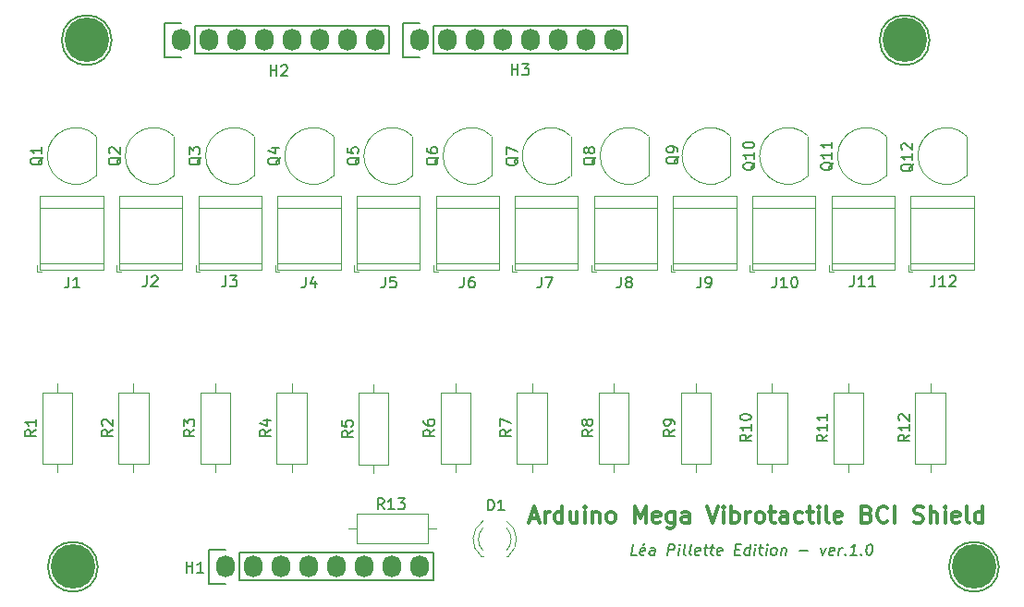
<source format=gbr>
%TF.GenerationSoftware,KiCad,Pcbnew,(6.0.5)*%
%TF.CreationDate,2022-06-14T18:07:34+02:00*%
%TF.ProjectId,vibrotactile_BCI_shield,76696272-6f74-4616-9374-696c655f4243,rev?*%
%TF.SameCoordinates,Original*%
%TF.FileFunction,Legend,Top*%
%TF.FilePolarity,Positive*%
%FSLAX46Y46*%
G04 Gerber Fmt 4.6, Leading zero omitted, Abs format (unit mm)*
G04 Created by KiCad (PCBNEW (6.0.5)) date 2022-06-14 18:07:34*
%MOMM*%
%LPD*%
G01*
G04 APERTURE LIST*
%ADD10C,0.200000*%
%ADD11C,0.300000*%
%ADD12C,0.150000*%
%ADD13C,0.120000*%
%ADD14O,1.727200X2.032000*%
%ADD15C,4.064000*%
G04 APERTURE END LIST*
D10*
X168981517Y-118052380D02*
X168505327Y-118052380D01*
X168630327Y-117052380D01*
X169701755Y-118004761D02*
X169600565Y-118052380D01*
X169410089Y-118052380D01*
X169320803Y-118004761D01*
X169285089Y-117909523D01*
X169332708Y-117528571D01*
X169392232Y-117433333D01*
X169493422Y-117385714D01*
X169683898Y-117385714D01*
X169773184Y-117433333D01*
X169808898Y-117528571D01*
X169796994Y-117623809D01*
X169308898Y-117719047D01*
X169731517Y-117004761D02*
X169570803Y-117147619D01*
X170600565Y-118052380D02*
X170666041Y-117528571D01*
X170630327Y-117433333D01*
X170541041Y-117385714D01*
X170350565Y-117385714D01*
X170249375Y-117433333D01*
X170606517Y-118004761D02*
X170505327Y-118052380D01*
X170267232Y-118052380D01*
X170177946Y-118004761D01*
X170142232Y-117909523D01*
X170154136Y-117814285D01*
X170213660Y-117719047D01*
X170314851Y-117671428D01*
X170552946Y-117671428D01*
X170654136Y-117623809D01*
X171838660Y-118052380D02*
X171963660Y-117052380D01*
X172344613Y-117052380D01*
X172433898Y-117100000D01*
X172475565Y-117147619D01*
X172511279Y-117242857D01*
X172493422Y-117385714D01*
X172433898Y-117480952D01*
X172380327Y-117528571D01*
X172279136Y-117576190D01*
X171898184Y-117576190D01*
X172838660Y-118052380D02*
X172921994Y-117385714D01*
X172963660Y-117052380D02*
X172910089Y-117100000D01*
X172951755Y-117147619D01*
X173005327Y-117100000D01*
X172963660Y-117052380D01*
X172951755Y-117147619D01*
X173457708Y-118052380D02*
X173368422Y-118004761D01*
X173332708Y-117909523D01*
X173439851Y-117052380D01*
X173981517Y-118052380D02*
X173892232Y-118004761D01*
X173856517Y-117909523D01*
X173963660Y-117052380D01*
X174749375Y-118004761D02*
X174648184Y-118052380D01*
X174457708Y-118052380D01*
X174368422Y-118004761D01*
X174332708Y-117909523D01*
X174380327Y-117528571D01*
X174439851Y-117433333D01*
X174541041Y-117385714D01*
X174731517Y-117385714D01*
X174820803Y-117433333D01*
X174856517Y-117528571D01*
X174844613Y-117623809D01*
X174356517Y-117719047D01*
X175160089Y-117385714D02*
X175541041Y-117385714D01*
X175344613Y-117052380D02*
X175237470Y-117909523D01*
X175273184Y-118004761D01*
X175362470Y-118052380D01*
X175457708Y-118052380D01*
X175731517Y-117385714D02*
X176112470Y-117385714D01*
X175916041Y-117052380D02*
X175808898Y-117909523D01*
X175844613Y-118004761D01*
X175933898Y-118052380D01*
X176029136Y-118052380D01*
X176749375Y-118004761D02*
X176648184Y-118052380D01*
X176457708Y-118052380D01*
X176368422Y-118004761D01*
X176332708Y-117909523D01*
X176380327Y-117528571D01*
X176439851Y-117433333D01*
X176541041Y-117385714D01*
X176731517Y-117385714D01*
X176820803Y-117433333D01*
X176856517Y-117528571D01*
X176844613Y-117623809D01*
X176356517Y-117719047D01*
X178046994Y-117528571D02*
X178380327Y-117528571D01*
X178457708Y-118052380D02*
X177981517Y-118052380D01*
X178106517Y-117052380D01*
X178582708Y-117052380D01*
X179314851Y-118052380D02*
X179439851Y-117052380D01*
X179320803Y-118004761D02*
X179219613Y-118052380D01*
X179029136Y-118052380D01*
X178939851Y-118004761D01*
X178898184Y-117957142D01*
X178862470Y-117861904D01*
X178898184Y-117576190D01*
X178957708Y-117480952D01*
X179011279Y-117433333D01*
X179112470Y-117385714D01*
X179302946Y-117385714D01*
X179392232Y-117433333D01*
X179791041Y-118052380D02*
X179874375Y-117385714D01*
X179916041Y-117052380D02*
X179862470Y-117100000D01*
X179904136Y-117147619D01*
X179957708Y-117100000D01*
X179916041Y-117052380D01*
X179904136Y-117147619D01*
X180207708Y-117385714D02*
X180588660Y-117385714D01*
X180392232Y-117052380D02*
X180285089Y-117909523D01*
X180320803Y-118004761D01*
X180410089Y-118052380D01*
X180505327Y-118052380D01*
X180838660Y-118052380D02*
X180921994Y-117385714D01*
X180963660Y-117052380D02*
X180910089Y-117100000D01*
X180951755Y-117147619D01*
X181005327Y-117100000D01*
X180963660Y-117052380D01*
X180951755Y-117147619D01*
X181457708Y-118052380D02*
X181368422Y-118004761D01*
X181326755Y-117957142D01*
X181291041Y-117861904D01*
X181326755Y-117576190D01*
X181386279Y-117480952D01*
X181439851Y-117433333D01*
X181541041Y-117385714D01*
X181683898Y-117385714D01*
X181773184Y-117433333D01*
X181814851Y-117480952D01*
X181850565Y-117576190D01*
X181814851Y-117861904D01*
X181755327Y-117957142D01*
X181701755Y-118004761D01*
X181600565Y-118052380D01*
X181457708Y-118052380D01*
X182302946Y-117385714D02*
X182219613Y-118052380D01*
X182291041Y-117480952D02*
X182344613Y-117433333D01*
X182445803Y-117385714D01*
X182588660Y-117385714D01*
X182677946Y-117433333D01*
X182713660Y-117528571D01*
X182648184Y-118052380D01*
X183933898Y-117671428D02*
X184695803Y-117671428D01*
X185874375Y-117385714D02*
X186029136Y-118052380D01*
X186350565Y-117385714D01*
X187035089Y-118004761D02*
X186933898Y-118052380D01*
X186743422Y-118052380D01*
X186654136Y-118004761D01*
X186618422Y-117909523D01*
X186666041Y-117528571D01*
X186725565Y-117433333D01*
X186826755Y-117385714D01*
X187017232Y-117385714D01*
X187106517Y-117433333D01*
X187142232Y-117528571D01*
X187130327Y-117623809D01*
X186642232Y-117719047D01*
X187505327Y-118052380D02*
X187588660Y-117385714D01*
X187564851Y-117576190D02*
X187624375Y-117480952D01*
X187677946Y-117433333D01*
X187779136Y-117385714D01*
X187874375Y-117385714D01*
X188136279Y-117957142D02*
X188177946Y-118004761D01*
X188124375Y-118052380D01*
X188082708Y-118004761D01*
X188136279Y-117957142D01*
X188124375Y-118052380D01*
X189124375Y-118052380D02*
X188552946Y-118052380D01*
X188838660Y-118052380D02*
X188963660Y-117052380D01*
X188850565Y-117195238D01*
X188743422Y-117290476D01*
X188642232Y-117338095D01*
X189564851Y-117957142D02*
X189606517Y-118004761D01*
X189552946Y-118052380D01*
X189511279Y-118004761D01*
X189564851Y-117957142D01*
X189552946Y-118052380D01*
X190344613Y-117052380D02*
X190439851Y-117052380D01*
X190529136Y-117100000D01*
X190570803Y-117147619D01*
X190606517Y-117242857D01*
X190630327Y-117433333D01*
X190600565Y-117671428D01*
X190529136Y-117861904D01*
X190469613Y-117957142D01*
X190416041Y-118004761D01*
X190314851Y-118052380D01*
X190219613Y-118052380D01*
X190130327Y-118004761D01*
X190088660Y-117957142D01*
X190052946Y-117861904D01*
X190029136Y-117671428D01*
X190058898Y-117433333D01*
X190130327Y-117242857D01*
X190189851Y-117147619D01*
X190243422Y-117100000D01*
X190344613Y-117052380D01*
D11*
X159250000Y-114650000D02*
X159964285Y-114650000D01*
X159107142Y-115078571D02*
X159607142Y-113578571D01*
X160107142Y-115078571D01*
X160607142Y-115078571D02*
X160607142Y-114078571D01*
X160607142Y-114364285D02*
X160678571Y-114221428D01*
X160750000Y-114150000D01*
X160892857Y-114078571D01*
X161035714Y-114078571D01*
X162178571Y-115078571D02*
X162178571Y-113578571D01*
X162178571Y-115007142D02*
X162035714Y-115078571D01*
X161750000Y-115078571D01*
X161607142Y-115007142D01*
X161535714Y-114935714D01*
X161464285Y-114792857D01*
X161464285Y-114364285D01*
X161535714Y-114221428D01*
X161607142Y-114150000D01*
X161750000Y-114078571D01*
X162035714Y-114078571D01*
X162178571Y-114150000D01*
X163535714Y-114078571D02*
X163535714Y-115078571D01*
X162892857Y-114078571D02*
X162892857Y-114864285D01*
X162964285Y-115007142D01*
X163107142Y-115078571D01*
X163321428Y-115078571D01*
X163464285Y-115007142D01*
X163535714Y-114935714D01*
X164250000Y-115078571D02*
X164250000Y-114078571D01*
X164250000Y-113578571D02*
X164178571Y-113650000D01*
X164250000Y-113721428D01*
X164321428Y-113650000D01*
X164250000Y-113578571D01*
X164250000Y-113721428D01*
X164964285Y-114078571D02*
X164964285Y-115078571D01*
X164964285Y-114221428D02*
X165035714Y-114150000D01*
X165178571Y-114078571D01*
X165392857Y-114078571D01*
X165535714Y-114150000D01*
X165607142Y-114292857D01*
X165607142Y-115078571D01*
X166535714Y-115078571D02*
X166392857Y-115007142D01*
X166321428Y-114935714D01*
X166250000Y-114792857D01*
X166250000Y-114364285D01*
X166321428Y-114221428D01*
X166392857Y-114150000D01*
X166535714Y-114078571D01*
X166750000Y-114078571D01*
X166892857Y-114150000D01*
X166964285Y-114221428D01*
X167035714Y-114364285D01*
X167035714Y-114792857D01*
X166964285Y-114935714D01*
X166892857Y-115007142D01*
X166750000Y-115078571D01*
X166535714Y-115078571D01*
X168821428Y-115078571D02*
X168821428Y-113578571D01*
X169321428Y-114650000D01*
X169821428Y-113578571D01*
X169821428Y-115078571D01*
X171107142Y-115007142D02*
X170964285Y-115078571D01*
X170678571Y-115078571D01*
X170535714Y-115007142D01*
X170464285Y-114864285D01*
X170464285Y-114292857D01*
X170535714Y-114150000D01*
X170678571Y-114078571D01*
X170964285Y-114078571D01*
X171107142Y-114150000D01*
X171178571Y-114292857D01*
X171178571Y-114435714D01*
X170464285Y-114578571D01*
X172464285Y-114078571D02*
X172464285Y-115292857D01*
X172392857Y-115435714D01*
X172321428Y-115507142D01*
X172178571Y-115578571D01*
X171964285Y-115578571D01*
X171821428Y-115507142D01*
X172464285Y-115007142D02*
X172321428Y-115078571D01*
X172035714Y-115078571D01*
X171892857Y-115007142D01*
X171821428Y-114935714D01*
X171750000Y-114792857D01*
X171750000Y-114364285D01*
X171821428Y-114221428D01*
X171892857Y-114150000D01*
X172035714Y-114078571D01*
X172321428Y-114078571D01*
X172464285Y-114150000D01*
X173821428Y-115078571D02*
X173821428Y-114292857D01*
X173750000Y-114150000D01*
X173607142Y-114078571D01*
X173321428Y-114078571D01*
X173178571Y-114150000D01*
X173821428Y-115007142D02*
X173678571Y-115078571D01*
X173321428Y-115078571D01*
X173178571Y-115007142D01*
X173107142Y-114864285D01*
X173107142Y-114721428D01*
X173178571Y-114578571D01*
X173321428Y-114507142D01*
X173678571Y-114507142D01*
X173821428Y-114435714D01*
X175464285Y-113578571D02*
X175964285Y-115078571D01*
X176464285Y-113578571D01*
X176964285Y-115078571D02*
X176964285Y-114078571D01*
X176964285Y-113578571D02*
X176892857Y-113650000D01*
X176964285Y-113721428D01*
X177035714Y-113650000D01*
X176964285Y-113578571D01*
X176964285Y-113721428D01*
X177678571Y-115078571D02*
X177678571Y-113578571D01*
X177678571Y-114150000D02*
X177821428Y-114078571D01*
X178107142Y-114078571D01*
X178250000Y-114150000D01*
X178321428Y-114221428D01*
X178392857Y-114364285D01*
X178392857Y-114792857D01*
X178321428Y-114935714D01*
X178250000Y-115007142D01*
X178107142Y-115078571D01*
X177821428Y-115078571D01*
X177678571Y-115007142D01*
X179035714Y-115078571D02*
X179035714Y-114078571D01*
X179035714Y-114364285D02*
X179107142Y-114221428D01*
X179178571Y-114150000D01*
X179321428Y-114078571D01*
X179464285Y-114078571D01*
X180178571Y-115078571D02*
X180035714Y-115007142D01*
X179964285Y-114935714D01*
X179892857Y-114792857D01*
X179892857Y-114364285D01*
X179964285Y-114221428D01*
X180035714Y-114150000D01*
X180178571Y-114078571D01*
X180392857Y-114078571D01*
X180535714Y-114150000D01*
X180607142Y-114221428D01*
X180678571Y-114364285D01*
X180678571Y-114792857D01*
X180607142Y-114935714D01*
X180535714Y-115007142D01*
X180392857Y-115078571D01*
X180178571Y-115078571D01*
X181107142Y-114078571D02*
X181678571Y-114078571D01*
X181321428Y-113578571D02*
X181321428Y-114864285D01*
X181392857Y-115007142D01*
X181535714Y-115078571D01*
X181678571Y-115078571D01*
X182821428Y-115078571D02*
X182821428Y-114292857D01*
X182750000Y-114150000D01*
X182607142Y-114078571D01*
X182321428Y-114078571D01*
X182178571Y-114150000D01*
X182821428Y-115007142D02*
X182678571Y-115078571D01*
X182321428Y-115078571D01*
X182178571Y-115007142D01*
X182107142Y-114864285D01*
X182107142Y-114721428D01*
X182178571Y-114578571D01*
X182321428Y-114507142D01*
X182678571Y-114507142D01*
X182821428Y-114435714D01*
X184178571Y-115007142D02*
X184035714Y-115078571D01*
X183750000Y-115078571D01*
X183607142Y-115007142D01*
X183535714Y-114935714D01*
X183464285Y-114792857D01*
X183464285Y-114364285D01*
X183535714Y-114221428D01*
X183607142Y-114150000D01*
X183750000Y-114078571D01*
X184035714Y-114078571D01*
X184178571Y-114150000D01*
X184607142Y-114078571D02*
X185178571Y-114078571D01*
X184821428Y-113578571D02*
X184821428Y-114864285D01*
X184892857Y-115007142D01*
X185035714Y-115078571D01*
X185178571Y-115078571D01*
X185678571Y-115078571D02*
X185678571Y-114078571D01*
X185678571Y-113578571D02*
X185607142Y-113650000D01*
X185678571Y-113721428D01*
X185750000Y-113650000D01*
X185678571Y-113578571D01*
X185678571Y-113721428D01*
X186607142Y-115078571D02*
X186464285Y-115007142D01*
X186392857Y-114864285D01*
X186392857Y-113578571D01*
X187750000Y-115007142D02*
X187607142Y-115078571D01*
X187321428Y-115078571D01*
X187178571Y-115007142D01*
X187107142Y-114864285D01*
X187107142Y-114292857D01*
X187178571Y-114150000D01*
X187321428Y-114078571D01*
X187607142Y-114078571D01*
X187750000Y-114150000D01*
X187821428Y-114292857D01*
X187821428Y-114435714D01*
X187107142Y-114578571D01*
X190107142Y-114292857D02*
X190321428Y-114364285D01*
X190392857Y-114435714D01*
X190464285Y-114578571D01*
X190464285Y-114792857D01*
X190392857Y-114935714D01*
X190321428Y-115007142D01*
X190178571Y-115078571D01*
X189607142Y-115078571D01*
X189607142Y-113578571D01*
X190107142Y-113578571D01*
X190250000Y-113650000D01*
X190321428Y-113721428D01*
X190392857Y-113864285D01*
X190392857Y-114007142D01*
X190321428Y-114150000D01*
X190250000Y-114221428D01*
X190107142Y-114292857D01*
X189607142Y-114292857D01*
X191964285Y-114935714D02*
X191892857Y-115007142D01*
X191678571Y-115078571D01*
X191535714Y-115078571D01*
X191321428Y-115007142D01*
X191178571Y-114864285D01*
X191107142Y-114721428D01*
X191035714Y-114435714D01*
X191035714Y-114221428D01*
X191107142Y-113935714D01*
X191178571Y-113792857D01*
X191321428Y-113650000D01*
X191535714Y-113578571D01*
X191678571Y-113578571D01*
X191892857Y-113650000D01*
X191964285Y-113721428D01*
X192607142Y-115078571D02*
X192607142Y-113578571D01*
X194392857Y-115007142D02*
X194607142Y-115078571D01*
X194964285Y-115078571D01*
X195107142Y-115007142D01*
X195178571Y-114935714D01*
X195250000Y-114792857D01*
X195250000Y-114650000D01*
X195178571Y-114507142D01*
X195107142Y-114435714D01*
X194964285Y-114364285D01*
X194678571Y-114292857D01*
X194535714Y-114221428D01*
X194464285Y-114150000D01*
X194392857Y-114007142D01*
X194392857Y-113864285D01*
X194464285Y-113721428D01*
X194535714Y-113650000D01*
X194678571Y-113578571D01*
X195035714Y-113578571D01*
X195250000Y-113650000D01*
X195892857Y-115078571D02*
X195892857Y-113578571D01*
X196535714Y-115078571D02*
X196535714Y-114292857D01*
X196464285Y-114150000D01*
X196321428Y-114078571D01*
X196107142Y-114078571D01*
X195964285Y-114150000D01*
X195892857Y-114221428D01*
X197250000Y-115078571D02*
X197250000Y-114078571D01*
X197250000Y-113578571D02*
X197178571Y-113650000D01*
X197250000Y-113721428D01*
X197321428Y-113650000D01*
X197250000Y-113578571D01*
X197250000Y-113721428D01*
X198535714Y-115007142D02*
X198392857Y-115078571D01*
X198107142Y-115078571D01*
X197964285Y-115007142D01*
X197892857Y-114864285D01*
X197892857Y-114292857D01*
X197964285Y-114150000D01*
X198107142Y-114078571D01*
X198392857Y-114078571D01*
X198535714Y-114150000D01*
X198607142Y-114292857D01*
X198607142Y-114435714D01*
X197892857Y-114578571D01*
X199464285Y-115078571D02*
X199321428Y-115007142D01*
X199250000Y-114864285D01*
X199250000Y-113578571D01*
X200678571Y-115078571D02*
X200678571Y-113578571D01*
X200678571Y-115007142D02*
X200535714Y-115078571D01*
X200250000Y-115078571D01*
X200107142Y-115007142D01*
X200035714Y-114935714D01*
X199964285Y-114792857D01*
X199964285Y-114364285D01*
X200035714Y-114221428D01*
X200107142Y-114150000D01*
X200250000Y-114078571D01*
X200535714Y-114078571D01*
X200678571Y-114150000D01*
D12*
%TO.C,H3*%
X157538095Y-74052380D02*
X157538095Y-73052380D01*
X157538095Y-73528571D02*
X158109523Y-73528571D01*
X158109523Y-74052380D02*
X158109523Y-73052380D01*
X158490476Y-73052380D02*
X159109523Y-73052380D01*
X158776190Y-73433333D01*
X158919047Y-73433333D01*
X159014285Y-73480952D01*
X159061904Y-73528571D01*
X159109523Y-73623809D01*
X159109523Y-73861904D01*
X159061904Y-73957142D01*
X159014285Y-74004761D01*
X158919047Y-74052380D01*
X158633333Y-74052380D01*
X158538095Y-74004761D01*
X158490476Y-73957142D01*
%TO.C,H2*%
X135438095Y-74152380D02*
X135438095Y-73152380D01*
X135438095Y-73628571D02*
X136009523Y-73628571D01*
X136009523Y-74152380D02*
X136009523Y-73152380D01*
X136438095Y-73247619D02*
X136485714Y-73200000D01*
X136580952Y-73152380D01*
X136819047Y-73152380D01*
X136914285Y-73200000D01*
X136961904Y-73247619D01*
X137009523Y-73342857D01*
X137009523Y-73438095D01*
X136961904Y-73580952D01*
X136390476Y-74152380D01*
X137009523Y-74152380D01*
%TO.C,H1*%
X127738095Y-119652380D02*
X127738095Y-118652380D01*
X127738095Y-119128571D02*
X128309523Y-119128571D01*
X128309523Y-119652380D02*
X128309523Y-118652380D01*
X129309523Y-119652380D02*
X128738095Y-119652380D01*
X129023809Y-119652380D02*
X129023809Y-118652380D01*
X128928571Y-118795238D01*
X128833333Y-118890476D01*
X128738095Y-118938095D01*
%TO.C,J10*%
X181790476Y-92552380D02*
X181790476Y-93266666D01*
X181742857Y-93409523D01*
X181647619Y-93504761D01*
X181504761Y-93552380D01*
X181409523Y-93552380D01*
X182790476Y-93552380D02*
X182219047Y-93552380D01*
X182504761Y-93552380D02*
X182504761Y-92552380D01*
X182409523Y-92695238D01*
X182314285Y-92790476D01*
X182219047Y-92838095D01*
X183409523Y-92552380D02*
X183504761Y-92552380D01*
X183600000Y-92600000D01*
X183647619Y-92647619D01*
X183695238Y-92742857D01*
X183742857Y-92933333D01*
X183742857Y-93171428D01*
X183695238Y-93361904D01*
X183647619Y-93457142D01*
X183600000Y-93504761D01*
X183504761Y-93552380D01*
X183409523Y-93552380D01*
X183314285Y-93504761D01*
X183266666Y-93457142D01*
X183219047Y-93361904D01*
X183171428Y-93171428D01*
X183171428Y-92933333D01*
X183219047Y-92742857D01*
X183266666Y-92647619D01*
X183314285Y-92600000D01*
X183409523Y-92552380D01*
%TO.C,J5*%
X145966666Y-92552380D02*
X145966666Y-93266666D01*
X145919047Y-93409523D01*
X145823809Y-93504761D01*
X145680952Y-93552380D01*
X145585714Y-93552380D01*
X146919047Y-92552380D02*
X146442857Y-92552380D01*
X146395238Y-93028571D01*
X146442857Y-92980952D01*
X146538095Y-92933333D01*
X146776190Y-92933333D01*
X146871428Y-92980952D01*
X146919047Y-93028571D01*
X146966666Y-93123809D01*
X146966666Y-93361904D01*
X146919047Y-93457142D01*
X146871428Y-93504761D01*
X146776190Y-93552380D01*
X146538095Y-93552380D01*
X146442857Y-93504761D01*
X146395238Y-93457142D01*
%TO.C,J8*%
X167566666Y-92552380D02*
X167566666Y-93266666D01*
X167519047Y-93409523D01*
X167423809Y-93504761D01*
X167280952Y-93552380D01*
X167185714Y-93552380D01*
X168185714Y-92980952D02*
X168090476Y-92933333D01*
X168042857Y-92885714D01*
X167995238Y-92790476D01*
X167995238Y-92742857D01*
X168042857Y-92647619D01*
X168090476Y-92600000D01*
X168185714Y-92552380D01*
X168376190Y-92552380D01*
X168471428Y-92600000D01*
X168519047Y-92647619D01*
X168566666Y-92742857D01*
X168566666Y-92790476D01*
X168519047Y-92885714D01*
X168471428Y-92933333D01*
X168376190Y-92980952D01*
X168185714Y-92980952D01*
X168090476Y-93028571D01*
X168042857Y-93076190D01*
X167995238Y-93171428D01*
X167995238Y-93361904D01*
X168042857Y-93457142D01*
X168090476Y-93504761D01*
X168185714Y-93552380D01*
X168376190Y-93552380D01*
X168471428Y-93504761D01*
X168519047Y-93457142D01*
X168566666Y-93361904D01*
X168566666Y-93171428D01*
X168519047Y-93076190D01*
X168471428Y-93028571D01*
X168376190Y-92980952D01*
%TO.C,R1*%
X113982380Y-106566666D02*
X113506190Y-106900000D01*
X113982380Y-107138095D02*
X112982380Y-107138095D01*
X112982380Y-106757142D01*
X113030000Y-106661904D01*
X113077619Y-106614285D01*
X113172857Y-106566666D01*
X113315714Y-106566666D01*
X113410952Y-106614285D01*
X113458571Y-106661904D01*
X113506190Y-106757142D01*
X113506190Y-107138095D01*
X113982380Y-105614285D02*
X113982380Y-106185714D01*
X113982380Y-105900000D02*
X112982380Y-105900000D01*
X113125238Y-105995238D01*
X113220476Y-106090476D01*
X113268095Y-106185714D01*
%TO.C,R5*%
X142982380Y-106646666D02*
X142506190Y-106980000D01*
X142982380Y-107218095D02*
X141982380Y-107218095D01*
X141982380Y-106837142D01*
X142030000Y-106741904D01*
X142077619Y-106694285D01*
X142172857Y-106646666D01*
X142315714Y-106646666D01*
X142410952Y-106694285D01*
X142458571Y-106741904D01*
X142506190Y-106837142D01*
X142506190Y-107218095D01*
X141982380Y-105741904D02*
X141982380Y-106218095D01*
X142458571Y-106265714D01*
X142410952Y-106218095D01*
X142363333Y-106122857D01*
X142363333Y-105884761D01*
X142410952Y-105789523D01*
X142458571Y-105741904D01*
X142553809Y-105694285D01*
X142791904Y-105694285D01*
X142887142Y-105741904D01*
X142934761Y-105789523D01*
X142982380Y-105884761D01*
X142982380Y-106122857D01*
X142934761Y-106218095D01*
X142887142Y-106265714D01*
%TO.C,R7*%
X157482380Y-106566666D02*
X157006190Y-106900000D01*
X157482380Y-107138095D02*
X156482380Y-107138095D01*
X156482380Y-106757142D01*
X156530000Y-106661904D01*
X156577619Y-106614285D01*
X156672857Y-106566666D01*
X156815714Y-106566666D01*
X156910952Y-106614285D01*
X156958571Y-106661904D01*
X157006190Y-106757142D01*
X157006190Y-107138095D01*
X156482380Y-106233333D02*
X156482380Y-105566666D01*
X157482380Y-105995238D01*
%TO.C,R3*%
X128482380Y-106566666D02*
X128006190Y-106900000D01*
X128482380Y-107138095D02*
X127482380Y-107138095D01*
X127482380Y-106757142D01*
X127530000Y-106661904D01*
X127577619Y-106614285D01*
X127672857Y-106566666D01*
X127815714Y-106566666D01*
X127910952Y-106614285D01*
X127958571Y-106661904D01*
X128006190Y-106757142D01*
X128006190Y-107138095D01*
X127482380Y-106233333D02*
X127482380Y-105614285D01*
X127863333Y-105947619D01*
X127863333Y-105804761D01*
X127910952Y-105709523D01*
X127958571Y-105661904D01*
X128053809Y-105614285D01*
X128291904Y-105614285D01*
X128387142Y-105661904D01*
X128434761Y-105709523D01*
X128482380Y-105804761D01*
X128482380Y-106090476D01*
X128434761Y-106185714D01*
X128387142Y-106233333D01*
%TO.C,Q7*%
X158147619Y-81595238D02*
X158100000Y-81690476D01*
X158004761Y-81785714D01*
X157861904Y-81928571D01*
X157814285Y-82023809D01*
X157814285Y-82119047D01*
X158052380Y-82071428D02*
X158004761Y-82166666D01*
X157909523Y-82261904D01*
X157719047Y-82309523D01*
X157385714Y-82309523D01*
X157195238Y-82261904D01*
X157100000Y-82166666D01*
X157052380Y-82071428D01*
X157052380Y-81880952D01*
X157100000Y-81785714D01*
X157195238Y-81690476D01*
X157385714Y-81642857D01*
X157719047Y-81642857D01*
X157909523Y-81690476D01*
X158004761Y-81785714D01*
X158052380Y-81880952D01*
X158052380Y-82071428D01*
X157052380Y-81309523D02*
X157052380Y-80642857D01*
X158052380Y-81071428D01*
%TO.C,Q4*%
X136347619Y-81575238D02*
X136300000Y-81670476D01*
X136204761Y-81765714D01*
X136061904Y-81908571D01*
X136014285Y-82003809D01*
X136014285Y-82099047D01*
X136252380Y-82051428D02*
X136204761Y-82146666D01*
X136109523Y-82241904D01*
X135919047Y-82289523D01*
X135585714Y-82289523D01*
X135395238Y-82241904D01*
X135300000Y-82146666D01*
X135252380Y-82051428D01*
X135252380Y-81860952D01*
X135300000Y-81765714D01*
X135395238Y-81670476D01*
X135585714Y-81622857D01*
X135919047Y-81622857D01*
X136109523Y-81670476D01*
X136204761Y-81765714D01*
X136252380Y-81860952D01*
X136252380Y-82051428D01*
X135585714Y-80765714D02*
X136252380Y-80765714D01*
X135204761Y-81003809D02*
X135919047Y-81241904D01*
X135919047Y-80622857D01*
%TO.C,Q2*%
X121737619Y-81575238D02*
X121690000Y-81670476D01*
X121594761Y-81765714D01*
X121451904Y-81908571D01*
X121404285Y-82003809D01*
X121404285Y-82099047D01*
X121642380Y-82051428D02*
X121594761Y-82146666D01*
X121499523Y-82241904D01*
X121309047Y-82289523D01*
X120975714Y-82289523D01*
X120785238Y-82241904D01*
X120690000Y-82146666D01*
X120642380Y-82051428D01*
X120642380Y-81860952D01*
X120690000Y-81765714D01*
X120785238Y-81670476D01*
X120975714Y-81622857D01*
X121309047Y-81622857D01*
X121499523Y-81670476D01*
X121594761Y-81765714D01*
X121642380Y-81860952D01*
X121642380Y-82051428D01*
X120737619Y-81241904D02*
X120690000Y-81194285D01*
X120642380Y-81099047D01*
X120642380Y-80860952D01*
X120690000Y-80765714D01*
X120737619Y-80718095D01*
X120832857Y-80670476D01*
X120928095Y-80670476D01*
X121070952Y-80718095D01*
X121642380Y-81289523D01*
X121642380Y-80670476D01*
%TO.C,Q6*%
X150847619Y-81575238D02*
X150800000Y-81670476D01*
X150704761Y-81765714D01*
X150561904Y-81908571D01*
X150514285Y-82003809D01*
X150514285Y-82099047D01*
X150752380Y-82051428D02*
X150704761Y-82146666D01*
X150609523Y-82241904D01*
X150419047Y-82289523D01*
X150085714Y-82289523D01*
X149895238Y-82241904D01*
X149800000Y-82146666D01*
X149752380Y-82051428D01*
X149752380Y-81860952D01*
X149800000Y-81765714D01*
X149895238Y-81670476D01*
X150085714Y-81622857D01*
X150419047Y-81622857D01*
X150609523Y-81670476D01*
X150704761Y-81765714D01*
X150752380Y-81860952D01*
X150752380Y-82051428D01*
X149752380Y-80765714D02*
X149752380Y-80956190D01*
X149800000Y-81051428D01*
X149847619Y-81099047D01*
X149990476Y-81194285D01*
X150180952Y-81241904D01*
X150561904Y-81241904D01*
X150657142Y-81194285D01*
X150704761Y-81146666D01*
X150752380Y-81051428D01*
X150752380Y-80860952D01*
X150704761Y-80765714D01*
X150657142Y-80718095D01*
X150561904Y-80670476D01*
X150323809Y-80670476D01*
X150228571Y-80718095D01*
X150180952Y-80765714D01*
X150133333Y-80860952D01*
X150133333Y-81051428D01*
X150180952Y-81146666D01*
X150228571Y-81194285D01*
X150323809Y-81241904D01*
%TO.C,R13*%
X145857142Y-113852380D02*
X145523809Y-113376190D01*
X145285714Y-113852380D02*
X145285714Y-112852380D01*
X145666666Y-112852380D01*
X145761904Y-112900000D01*
X145809523Y-112947619D01*
X145857142Y-113042857D01*
X145857142Y-113185714D01*
X145809523Y-113280952D01*
X145761904Y-113328571D01*
X145666666Y-113376190D01*
X145285714Y-113376190D01*
X146809523Y-113852380D02*
X146238095Y-113852380D01*
X146523809Y-113852380D02*
X146523809Y-112852380D01*
X146428571Y-112995238D01*
X146333333Y-113090476D01*
X146238095Y-113138095D01*
X147142857Y-112852380D02*
X147761904Y-112852380D01*
X147428571Y-113233333D01*
X147571428Y-113233333D01*
X147666666Y-113280952D01*
X147714285Y-113328571D01*
X147761904Y-113423809D01*
X147761904Y-113661904D01*
X147714285Y-113757142D01*
X147666666Y-113804761D01*
X147571428Y-113852380D01*
X147285714Y-113852380D01*
X147190476Y-113804761D01*
X147142857Y-113757142D01*
%TO.C,R9*%
X172482380Y-106566666D02*
X172006190Y-106900000D01*
X172482380Y-107138095D02*
X171482380Y-107138095D01*
X171482380Y-106757142D01*
X171530000Y-106661904D01*
X171577619Y-106614285D01*
X171672857Y-106566666D01*
X171815714Y-106566666D01*
X171910952Y-106614285D01*
X171958571Y-106661904D01*
X172006190Y-106757142D01*
X172006190Y-107138095D01*
X172482380Y-106090476D02*
X172482380Y-105900000D01*
X172434761Y-105804761D01*
X172387142Y-105757142D01*
X172244285Y-105661904D01*
X172053809Y-105614285D01*
X171672857Y-105614285D01*
X171577619Y-105661904D01*
X171530000Y-105709523D01*
X171482380Y-105804761D01*
X171482380Y-105995238D01*
X171530000Y-106090476D01*
X171577619Y-106138095D01*
X171672857Y-106185714D01*
X171910952Y-106185714D01*
X172006190Y-106138095D01*
X172053809Y-106090476D01*
X172101428Y-105995238D01*
X172101428Y-105804761D01*
X172053809Y-105709523D01*
X172006190Y-105661904D01*
X171910952Y-105614285D01*
%TO.C,Q11*%
X186987619Y-82051428D02*
X186940000Y-82146666D01*
X186844761Y-82241904D01*
X186701904Y-82384761D01*
X186654285Y-82480000D01*
X186654285Y-82575238D01*
X186892380Y-82527619D02*
X186844761Y-82622857D01*
X186749523Y-82718095D01*
X186559047Y-82765714D01*
X186225714Y-82765714D01*
X186035238Y-82718095D01*
X185940000Y-82622857D01*
X185892380Y-82527619D01*
X185892380Y-82337142D01*
X185940000Y-82241904D01*
X186035238Y-82146666D01*
X186225714Y-82099047D01*
X186559047Y-82099047D01*
X186749523Y-82146666D01*
X186844761Y-82241904D01*
X186892380Y-82337142D01*
X186892380Y-82527619D01*
X186892380Y-81146666D02*
X186892380Y-81718095D01*
X186892380Y-81432380D02*
X185892380Y-81432380D01*
X186035238Y-81527619D01*
X186130476Y-81622857D01*
X186178095Y-81718095D01*
X186892380Y-80194285D02*
X186892380Y-80765714D01*
X186892380Y-80480000D02*
X185892380Y-80480000D01*
X186035238Y-80575238D01*
X186130476Y-80670476D01*
X186178095Y-80765714D01*
%TO.C,J2*%
X124126666Y-92452380D02*
X124126666Y-93166666D01*
X124079047Y-93309523D01*
X123983809Y-93404761D01*
X123840952Y-93452380D01*
X123745714Y-93452380D01*
X124555238Y-92547619D02*
X124602857Y-92500000D01*
X124698095Y-92452380D01*
X124936190Y-92452380D01*
X125031428Y-92500000D01*
X125079047Y-92547619D01*
X125126666Y-92642857D01*
X125126666Y-92738095D01*
X125079047Y-92880952D01*
X124507619Y-93452380D01*
X125126666Y-93452380D01*
%TO.C,R8*%
X164982380Y-106566666D02*
X164506190Y-106900000D01*
X164982380Y-107138095D02*
X163982380Y-107138095D01*
X163982380Y-106757142D01*
X164030000Y-106661904D01*
X164077619Y-106614285D01*
X164172857Y-106566666D01*
X164315714Y-106566666D01*
X164410952Y-106614285D01*
X164458571Y-106661904D01*
X164506190Y-106757142D01*
X164506190Y-107138095D01*
X164410952Y-105995238D02*
X164363333Y-106090476D01*
X164315714Y-106138095D01*
X164220476Y-106185714D01*
X164172857Y-106185714D01*
X164077619Y-106138095D01*
X164030000Y-106090476D01*
X163982380Y-105995238D01*
X163982380Y-105804761D01*
X164030000Y-105709523D01*
X164077619Y-105661904D01*
X164172857Y-105614285D01*
X164220476Y-105614285D01*
X164315714Y-105661904D01*
X164363333Y-105709523D01*
X164410952Y-105804761D01*
X164410952Y-105995238D01*
X164458571Y-106090476D01*
X164506190Y-106138095D01*
X164601428Y-106185714D01*
X164791904Y-106185714D01*
X164887142Y-106138095D01*
X164934761Y-106090476D01*
X164982380Y-105995238D01*
X164982380Y-105804761D01*
X164934761Y-105709523D01*
X164887142Y-105661904D01*
X164791904Y-105614285D01*
X164601428Y-105614285D01*
X164506190Y-105661904D01*
X164458571Y-105709523D01*
X164410952Y-105804761D01*
%TO.C,R6*%
X150482380Y-106566666D02*
X150006190Y-106900000D01*
X150482380Y-107138095D02*
X149482380Y-107138095D01*
X149482380Y-106757142D01*
X149530000Y-106661904D01*
X149577619Y-106614285D01*
X149672857Y-106566666D01*
X149815714Y-106566666D01*
X149910952Y-106614285D01*
X149958571Y-106661904D01*
X150006190Y-106757142D01*
X150006190Y-107138095D01*
X149482380Y-105709523D02*
X149482380Y-105900000D01*
X149530000Y-105995238D01*
X149577619Y-106042857D01*
X149720476Y-106138095D01*
X149910952Y-106185714D01*
X150291904Y-106185714D01*
X150387142Y-106138095D01*
X150434761Y-106090476D01*
X150482380Y-105995238D01*
X150482380Y-105804761D01*
X150434761Y-105709523D01*
X150387142Y-105661904D01*
X150291904Y-105614285D01*
X150053809Y-105614285D01*
X149958571Y-105661904D01*
X149910952Y-105709523D01*
X149863333Y-105804761D01*
X149863333Y-105995238D01*
X149910952Y-106090476D01*
X149958571Y-106138095D01*
X150053809Y-106185714D01*
%TO.C,D1*%
X155361904Y-113952380D02*
X155361904Y-112952380D01*
X155600000Y-112952380D01*
X155742857Y-113000000D01*
X155838095Y-113095238D01*
X155885714Y-113190476D01*
X155933333Y-113380952D01*
X155933333Y-113523809D01*
X155885714Y-113714285D01*
X155838095Y-113809523D01*
X155742857Y-113904761D01*
X155600000Y-113952380D01*
X155361904Y-113952380D01*
X156885714Y-113952380D02*
X156314285Y-113952380D01*
X156600000Y-113952380D02*
X156600000Y-112952380D01*
X156504761Y-113095238D01*
X156409523Y-113190476D01*
X156314285Y-113238095D01*
%TO.C,J7*%
X160266666Y-92552380D02*
X160266666Y-93266666D01*
X160219047Y-93409523D01*
X160123809Y-93504761D01*
X159980952Y-93552380D01*
X159885714Y-93552380D01*
X160647619Y-92552380D02*
X161314285Y-92552380D01*
X160885714Y-93552380D01*
%TO.C,J11*%
X188890476Y-92452380D02*
X188890476Y-93166666D01*
X188842857Y-93309523D01*
X188747619Y-93404761D01*
X188604761Y-93452380D01*
X188509523Y-93452380D01*
X189890476Y-93452380D02*
X189319047Y-93452380D01*
X189604761Y-93452380D02*
X189604761Y-92452380D01*
X189509523Y-92595238D01*
X189414285Y-92690476D01*
X189319047Y-92738095D01*
X190842857Y-93452380D02*
X190271428Y-93452380D01*
X190557142Y-93452380D02*
X190557142Y-92452380D01*
X190461904Y-92595238D01*
X190366666Y-92690476D01*
X190271428Y-92738095D01*
%TO.C,Q3*%
X129097619Y-81575238D02*
X129050000Y-81670476D01*
X128954761Y-81765714D01*
X128811904Y-81908571D01*
X128764285Y-82003809D01*
X128764285Y-82099047D01*
X129002380Y-82051428D02*
X128954761Y-82146666D01*
X128859523Y-82241904D01*
X128669047Y-82289523D01*
X128335714Y-82289523D01*
X128145238Y-82241904D01*
X128050000Y-82146666D01*
X128002380Y-82051428D01*
X128002380Y-81860952D01*
X128050000Y-81765714D01*
X128145238Y-81670476D01*
X128335714Y-81622857D01*
X128669047Y-81622857D01*
X128859523Y-81670476D01*
X128954761Y-81765714D01*
X129002380Y-81860952D01*
X129002380Y-82051428D01*
X128002380Y-81289523D02*
X128002380Y-80670476D01*
X128383333Y-81003809D01*
X128383333Y-80860952D01*
X128430952Y-80765714D01*
X128478571Y-80718095D01*
X128573809Y-80670476D01*
X128811904Y-80670476D01*
X128907142Y-80718095D01*
X128954761Y-80765714D01*
X129002380Y-80860952D01*
X129002380Y-81146666D01*
X128954761Y-81241904D01*
X128907142Y-81289523D01*
%TO.C,Q8*%
X165237619Y-81575238D02*
X165190000Y-81670476D01*
X165094761Y-81765714D01*
X164951904Y-81908571D01*
X164904285Y-82003809D01*
X164904285Y-82099047D01*
X165142380Y-82051428D02*
X165094761Y-82146666D01*
X164999523Y-82241904D01*
X164809047Y-82289523D01*
X164475714Y-82289523D01*
X164285238Y-82241904D01*
X164190000Y-82146666D01*
X164142380Y-82051428D01*
X164142380Y-81860952D01*
X164190000Y-81765714D01*
X164285238Y-81670476D01*
X164475714Y-81622857D01*
X164809047Y-81622857D01*
X164999523Y-81670476D01*
X165094761Y-81765714D01*
X165142380Y-81860952D01*
X165142380Y-82051428D01*
X164570952Y-81051428D02*
X164523333Y-81146666D01*
X164475714Y-81194285D01*
X164380476Y-81241904D01*
X164332857Y-81241904D01*
X164237619Y-81194285D01*
X164190000Y-81146666D01*
X164142380Y-81051428D01*
X164142380Y-80860952D01*
X164190000Y-80765714D01*
X164237619Y-80718095D01*
X164332857Y-80670476D01*
X164380476Y-80670476D01*
X164475714Y-80718095D01*
X164523333Y-80765714D01*
X164570952Y-80860952D01*
X164570952Y-81051428D01*
X164618571Y-81146666D01*
X164666190Y-81194285D01*
X164761428Y-81241904D01*
X164951904Y-81241904D01*
X165047142Y-81194285D01*
X165094761Y-81146666D01*
X165142380Y-81051428D01*
X165142380Y-80860952D01*
X165094761Y-80765714D01*
X165047142Y-80718095D01*
X164951904Y-80670476D01*
X164761428Y-80670476D01*
X164666190Y-80718095D01*
X164618571Y-80765714D01*
X164570952Y-80860952D01*
%TO.C,Q10*%
X179847619Y-82051428D02*
X179800000Y-82146666D01*
X179704761Y-82241904D01*
X179561904Y-82384761D01*
X179514285Y-82480000D01*
X179514285Y-82575238D01*
X179752380Y-82527619D02*
X179704761Y-82622857D01*
X179609523Y-82718095D01*
X179419047Y-82765714D01*
X179085714Y-82765714D01*
X178895238Y-82718095D01*
X178800000Y-82622857D01*
X178752380Y-82527619D01*
X178752380Y-82337142D01*
X178800000Y-82241904D01*
X178895238Y-82146666D01*
X179085714Y-82099047D01*
X179419047Y-82099047D01*
X179609523Y-82146666D01*
X179704761Y-82241904D01*
X179752380Y-82337142D01*
X179752380Y-82527619D01*
X179752380Y-81146666D02*
X179752380Y-81718095D01*
X179752380Y-81432380D02*
X178752380Y-81432380D01*
X178895238Y-81527619D01*
X178990476Y-81622857D01*
X179038095Y-81718095D01*
X178752380Y-80527619D02*
X178752380Y-80432380D01*
X178800000Y-80337142D01*
X178847619Y-80289523D01*
X178942857Y-80241904D01*
X179133333Y-80194285D01*
X179371428Y-80194285D01*
X179561904Y-80241904D01*
X179657142Y-80289523D01*
X179704761Y-80337142D01*
X179752380Y-80432380D01*
X179752380Y-80527619D01*
X179704761Y-80622857D01*
X179657142Y-80670476D01*
X179561904Y-80718095D01*
X179371428Y-80765714D01*
X179133333Y-80765714D01*
X178942857Y-80718095D01*
X178847619Y-80670476D01*
X178800000Y-80622857D01*
X178752380Y-80527619D01*
%TO.C,J1*%
X116966666Y-92552380D02*
X116966666Y-93266666D01*
X116919047Y-93409523D01*
X116823809Y-93504761D01*
X116680952Y-93552380D01*
X116585714Y-93552380D01*
X117966666Y-93552380D02*
X117395238Y-93552380D01*
X117680952Y-93552380D02*
X117680952Y-92552380D01*
X117585714Y-92695238D01*
X117490476Y-92790476D01*
X117395238Y-92838095D01*
%TO.C,J12*%
X196290476Y-92452380D02*
X196290476Y-93166666D01*
X196242857Y-93309523D01*
X196147619Y-93404761D01*
X196004761Y-93452380D01*
X195909523Y-93452380D01*
X197290476Y-93452380D02*
X196719047Y-93452380D01*
X197004761Y-93452380D02*
X197004761Y-92452380D01*
X196909523Y-92595238D01*
X196814285Y-92690476D01*
X196719047Y-92738095D01*
X197671428Y-92547619D02*
X197719047Y-92500000D01*
X197814285Y-92452380D01*
X198052380Y-92452380D01*
X198147619Y-92500000D01*
X198195238Y-92547619D01*
X198242857Y-92642857D01*
X198242857Y-92738095D01*
X198195238Y-92880952D01*
X197623809Y-93452380D01*
X198242857Y-93452380D01*
%TO.C,R4*%
X135482380Y-106566666D02*
X135006190Y-106900000D01*
X135482380Y-107138095D02*
X134482380Y-107138095D01*
X134482380Y-106757142D01*
X134530000Y-106661904D01*
X134577619Y-106614285D01*
X134672857Y-106566666D01*
X134815714Y-106566666D01*
X134910952Y-106614285D01*
X134958571Y-106661904D01*
X135006190Y-106757142D01*
X135006190Y-107138095D01*
X134815714Y-105709523D02*
X135482380Y-105709523D01*
X134434761Y-105947619D02*
X135149047Y-106185714D01*
X135149047Y-105566666D01*
%TO.C,R10*%
X179482380Y-107042857D02*
X179006190Y-107376190D01*
X179482380Y-107614285D02*
X178482380Y-107614285D01*
X178482380Y-107233333D01*
X178530000Y-107138095D01*
X178577619Y-107090476D01*
X178672857Y-107042857D01*
X178815714Y-107042857D01*
X178910952Y-107090476D01*
X178958571Y-107138095D01*
X179006190Y-107233333D01*
X179006190Y-107614285D01*
X179482380Y-106090476D02*
X179482380Y-106661904D01*
X179482380Y-106376190D02*
X178482380Y-106376190D01*
X178625238Y-106471428D01*
X178720476Y-106566666D01*
X178768095Y-106661904D01*
X178482380Y-105471428D02*
X178482380Y-105376190D01*
X178530000Y-105280952D01*
X178577619Y-105233333D01*
X178672857Y-105185714D01*
X178863333Y-105138095D01*
X179101428Y-105138095D01*
X179291904Y-105185714D01*
X179387142Y-105233333D01*
X179434761Y-105280952D01*
X179482380Y-105376190D01*
X179482380Y-105471428D01*
X179434761Y-105566666D01*
X179387142Y-105614285D01*
X179291904Y-105661904D01*
X179101428Y-105709523D01*
X178863333Y-105709523D01*
X178672857Y-105661904D01*
X178577619Y-105614285D01*
X178530000Y-105566666D01*
X178482380Y-105471428D01*
%TO.C,J9*%
X174866666Y-92552380D02*
X174866666Y-93266666D01*
X174819047Y-93409523D01*
X174723809Y-93504761D01*
X174580952Y-93552380D01*
X174485714Y-93552380D01*
X175390476Y-93552380D02*
X175580952Y-93552380D01*
X175676190Y-93504761D01*
X175723809Y-93457142D01*
X175819047Y-93314285D01*
X175866666Y-93123809D01*
X175866666Y-92742857D01*
X175819047Y-92647619D01*
X175771428Y-92600000D01*
X175676190Y-92552380D01*
X175485714Y-92552380D01*
X175390476Y-92600000D01*
X175342857Y-92647619D01*
X175295238Y-92742857D01*
X175295238Y-92980952D01*
X175342857Y-93076190D01*
X175390476Y-93123809D01*
X175485714Y-93171428D01*
X175676190Y-93171428D01*
X175771428Y-93123809D01*
X175819047Y-93076190D01*
X175866666Y-92980952D01*
%TO.C,Q5*%
X143597619Y-81575238D02*
X143550000Y-81670476D01*
X143454761Y-81765714D01*
X143311904Y-81908571D01*
X143264285Y-82003809D01*
X143264285Y-82099047D01*
X143502380Y-82051428D02*
X143454761Y-82146666D01*
X143359523Y-82241904D01*
X143169047Y-82289523D01*
X142835714Y-82289523D01*
X142645238Y-82241904D01*
X142550000Y-82146666D01*
X142502380Y-82051428D01*
X142502380Y-81860952D01*
X142550000Y-81765714D01*
X142645238Y-81670476D01*
X142835714Y-81622857D01*
X143169047Y-81622857D01*
X143359523Y-81670476D01*
X143454761Y-81765714D01*
X143502380Y-81860952D01*
X143502380Y-82051428D01*
X142502380Y-80718095D02*
X142502380Y-81194285D01*
X142978571Y-81241904D01*
X142930952Y-81194285D01*
X142883333Y-81099047D01*
X142883333Y-80860952D01*
X142930952Y-80765714D01*
X142978571Y-80718095D01*
X143073809Y-80670476D01*
X143311904Y-80670476D01*
X143407142Y-80718095D01*
X143454761Y-80765714D01*
X143502380Y-80860952D01*
X143502380Y-81099047D01*
X143454761Y-81194285D01*
X143407142Y-81241904D01*
%TO.C,J6*%
X153166666Y-92552380D02*
X153166666Y-93266666D01*
X153119047Y-93409523D01*
X153023809Y-93504761D01*
X152880952Y-93552380D01*
X152785714Y-93552380D01*
X154071428Y-92552380D02*
X153880952Y-92552380D01*
X153785714Y-92600000D01*
X153738095Y-92647619D01*
X153642857Y-92790476D01*
X153595238Y-92980952D01*
X153595238Y-93361904D01*
X153642857Y-93457142D01*
X153690476Y-93504761D01*
X153785714Y-93552380D01*
X153976190Y-93552380D01*
X154071428Y-93504761D01*
X154119047Y-93457142D01*
X154166666Y-93361904D01*
X154166666Y-93123809D01*
X154119047Y-93028571D01*
X154071428Y-92980952D01*
X153976190Y-92933333D01*
X153785714Y-92933333D01*
X153690476Y-92980952D01*
X153642857Y-93028571D01*
X153595238Y-93123809D01*
%TO.C,Q1*%
X114597619Y-81575238D02*
X114550000Y-81670476D01*
X114454761Y-81765714D01*
X114311904Y-81908571D01*
X114264285Y-82003809D01*
X114264285Y-82099047D01*
X114502380Y-82051428D02*
X114454761Y-82146666D01*
X114359523Y-82241904D01*
X114169047Y-82289523D01*
X113835714Y-82289523D01*
X113645238Y-82241904D01*
X113550000Y-82146666D01*
X113502380Y-82051428D01*
X113502380Y-81860952D01*
X113550000Y-81765714D01*
X113645238Y-81670476D01*
X113835714Y-81622857D01*
X114169047Y-81622857D01*
X114359523Y-81670476D01*
X114454761Y-81765714D01*
X114502380Y-81860952D01*
X114502380Y-82051428D01*
X114502380Y-80670476D02*
X114502380Y-81241904D01*
X114502380Y-80956190D02*
X113502380Y-80956190D01*
X113645238Y-81051428D01*
X113740476Y-81146666D01*
X113788095Y-81241904D01*
%TO.C,J3*%
X131366666Y-92452380D02*
X131366666Y-93166666D01*
X131319047Y-93309523D01*
X131223809Y-93404761D01*
X131080952Y-93452380D01*
X130985714Y-93452380D01*
X131747619Y-92452380D02*
X132366666Y-92452380D01*
X132033333Y-92833333D01*
X132176190Y-92833333D01*
X132271428Y-92880952D01*
X132319047Y-92928571D01*
X132366666Y-93023809D01*
X132366666Y-93261904D01*
X132319047Y-93357142D01*
X132271428Y-93404761D01*
X132176190Y-93452380D01*
X131890476Y-93452380D01*
X131795238Y-93404761D01*
X131747619Y-93357142D01*
%TO.C,Q9*%
X172847619Y-81495238D02*
X172800000Y-81590476D01*
X172704761Y-81685714D01*
X172561904Y-81828571D01*
X172514285Y-81923809D01*
X172514285Y-82019047D01*
X172752380Y-81971428D02*
X172704761Y-82066666D01*
X172609523Y-82161904D01*
X172419047Y-82209523D01*
X172085714Y-82209523D01*
X171895238Y-82161904D01*
X171800000Y-82066666D01*
X171752380Y-81971428D01*
X171752380Y-81780952D01*
X171800000Y-81685714D01*
X171895238Y-81590476D01*
X172085714Y-81542857D01*
X172419047Y-81542857D01*
X172609523Y-81590476D01*
X172704761Y-81685714D01*
X172752380Y-81780952D01*
X172752380Y-81971428D01*
X172752380Y-81066666D02*
X172752380Y-80876190D01*
X172704761Y-80780952D01*
X172657142Y-80733333D01*
X172514285Y-80638095D01*
X172323809Y-80590476D01*
X171942857Y-80590476D01*
X171847619Y-80638095D01*
X171800000Y-80685714D01*
X171752380Y-80780952D01*
X171752380Y-80971428D01*
X171800000Y-81066666D01*
X171847619Y-81114285D01*
X171942857Y-81161904D01*
X172180952Y-81161904D01*
X172276190Y-81114285D01*
X172323809Y-81066666D01*
X172371428Y-80971428D01*
X172371428Y-80780952D01*
X172323809Y-80685714D01*
X172276190Y-80638095D01*
X172180952Y-80590476D01*
%TO.C,R2*%
X120982380Y-106566666D02*
X120506190Y-106900000D01*
X120982380Y-107138095D02*
X119982380Y-107138095D01*
X119982380Y-106757142D01*
X120030000Y-106661904D01*
X120077619Y-106614285D01*
X120172857Y-106566666D01*
X120315714Y-106566666D01*
X120410952Y-106614285D01*
X120458571Y-106661904D01*
X120506190Y-106757142D01*
X120506190Y-107138095D01*
X120077619Y-106185714D02*
X120030000Y-106138095D01*
X119982380Y-106042857D01*
X119982380Y-105804761D01*
X120030000Y-105709523D01*
X120077619Y-105661904D01*
X120172857Y-105614285D01*
X120268095Y-105614285D01*
X120410952Y-105661904D01*
X120982380Y-106233333D01*
X120982380Y-105614285D01*
%TO.C,J4*%
X138666666Y-92552380D02*
X138666666Y-93266666D01*
X138619047Y-93409523D01*
X138523809Y-93504761D01*
X138380952Y-93552380D01*
X138285714Y-93552380D01*
X139571428Y-92885714D02*
X139571428Y-93552380D01*
X139333333Y-92504761D02*
X139095238Y-93219047D01*
X139714285Y-93219047D01*
%TO.C,R11*%
X186482380Y-107042857D02*
X186006190Y-107376190D01*
X186482380Y-107614285D02*
X185482380Y-107614285D01*
X185482380Y-107233333D01*
X185530000Y-107138095D01*
X185577619Y-107090476D01*
X185672857Y-107042857D01*
X185815714Y-107042857D01*
X185910952Y-107090476D01*
X185958571Y-107138095D01*
X186006190Y-107233333D01*
X186006190Y-107614285D01*
X186482380Y-106090476D02*
X186482380Y-106661904D01*
X186482380Y-106376190D02*
X185482380Y-106376190D01*
X185625238Y-106471428D01*
X185720476Y-106566666D01*
X185768095Y-106661904D01*
X186482380Y-105138095D02*
X186482380Y-105709523D01*
X186482380Y-105423809D02*
X185482380Y-105423809D01*
X185625238Y-105519047D01*
X185720476Y-105614285D01*
X185768095Y-105709523D01*
%TO.C,Q12*%
X194347619Y-82171428D02*
X194300000Y-82266666D01*
X194204761Y-82361904D01*
X194061904Y-82504761D01*
X194014285Y-82600000D01*
X194014285Y-82695238D01*
X194252380Y-82647619D02*
X194204761Y-82742857D01*
X194109523Y-82838095D01*
X193919047Y-82885714D01*
X193585714Y-82885714D01*
X193395238Y-82838095D01*
X193300000Y-82742857D01*
X193252380Y-82647619D01*
X193252380Y-82457142D01*
X193300000Y-82361904D01*
X193395238Y-82266666D01*
X193585714Y-82219047D01*
X193919047Y-82219047D01*
X194109523Y-82266666D01*
X194204761Y-82361904D01*
X194252380Y-82457142D01*
X194252380Y-82647619D01*
X194252380Y-81266666D02*
X194252380Y-81838095D01*
X194252380Y-81552380D02*
X193252380Y-81552380D01*
X193395238Y-81647619D01*
X193490476Y-81742857D01*
X193538095Y-81838095D01*
X193347619Y-80885714D02*
X193300000Y-80838095D01*
X193252380Y-80742857D01*
X193252380Y-80504761D01*
X193300000Y-80409523D01*
X193347619Y-80361904D01*
X193442857Y-80314285D01*
X193538095Y-80314285D01*
X193680952Y-80361904D01*
X194252380Y-80933333D01*
X194252380Y-80314285D01*
%TO.C,R12*%
X193982380Y-107042857D02*
X193506190Y-107376190D01*
X193982380Y-107614285D02*
X192982380Y-107614285D01*
X192982380Y-107233333D01*
X193030000Y-107138095D01*
X193077619Y-107090476D01*
X193172857Y-107042857D01*
X193315714Y-107042857D01*
X193410952Y-107090476D01*
X193458571Y-107138095D01*
X193506190Y-107233333D01*
X193506190Y-107614285D01*
X193982380Y-106090476D02*
X193982380Y-106661904D01*
X193982380Y-106376190D02*
X192982380Y-106376190D01*
X193125238Y-106471428D01*
X193220476Y-106566666D01*
X193268095Y-106661904D01*
X193077619Y-105709523D02*
X193030000Y-105661904D01*
X192982380Y-105566666D01*
X192982380Y-105328571D01*
X193030000Y-105233333D01*
X193077619Y-105185714D01*
X193172857Y-105138095D01*
X193268095Y-105138095D01*
X193410952Y-105185714D01*
X193982380Y-105757142D01*
X193982380Y-105138095D01*
%TO.C,H3*%
X147548000Y-69316000D02*
X147548000Y-72416000D01*
X168148000Y-69596000D02*
X150368000Y-69596000D01*
X168148000Y-72136000D02*
X168148000Y-69596000D01*
X150368000Y-72136000D02*
X168148000Y-72136000D01*
X149098000Y-69316000D02*
X147548000Y-69316000D01*
X147548000Y-72416000D02*
X149098000Y-72416000D01*
X150368000Y-72136000D02*
X150368000Y-69596000D01*
%TO.C,H2*%
X128570000Y-72136000D02*
X146350000Y-72136000D01*
X128570000Y-72136000D02*
X128570000Y-69596000D01*
X146350000Y-69596000D02*
X128570000Y-69596000D01*
X125750000Y-69316000D02*
X125750000Y-72416000D01*
X125750000Y-72416000D02*
X127300000Y-72416000D01*
X127300000Y-69316000D02*
X125750000Y-69316000D01*
X146350000Y-72136000D02*
X146350000Y-69596000D01*
%TO.C,H1*%
X150368000Y-117856000D02*
X132588000Y-117856000D01*
X150368000Y-120396000D02*
X150368000Y-117856000D01*
X132588000Y-120396000D02*
X150368000Y-120396000D01*
X132588000Y-120396000D02*
X132588000Y-117856000D01*
X131318000Y-117576000D02*
X129768000Y-117576000D01*
X129768000Y-120676000D02*
X131318000Y-120676000D01*
X129768000Y-117576000D02*
X129768000Y-120676000D01*
%TO.C,P1*%
X119634000Y-119126000D02*
G75*
G03*
X119634000Y-119126000I-2286000J0D01*
G01*
%TO.C,P3*%
X202184000Y-119126000D02*
G75*
G03*
X202184000Y-119126000I-2286000J0D01*
G01*
%TO.C,P4*%
X120904000Y-70866000D02*
G75*
G03*
X120904000Y-70866000I-2286000J0D01*
G01*
%TO.C,P2*%
X195834000Y-70866000D02*
G75*
G03*
X195834000Y-70866000I-2286000J0D01*
G01*
D13*
%TO.C,J10*%
X179610000Y-91350000D02*
X185390000Y-91350000D01*
X185390000Y-85130000D02*
X185390000Y-91870000D01*
X179610000Y-85130000D02*
X185390000Y-85130000D01*
X179610000Y-86250000D02*
X185390000Y-86250000D01*
X179610000Y-85130000D02*
X179610000Y-91870000D01*
X179370000Y-92110000D02*
X179770000Y-92110000D01*
X179610000Y-91870000D02*
X185390000Y-91870000D01*
X179370000Y-91470000D02*
X179370000Y-92110000D01*
%TO.C,J5*%
X149120000Y-85130000D02*
X149120000Y-91870000D01*
X143340000Y-91870000D02*
X149120000Y-91870000D01*
X143100000Y-92110000D02*
X143500000Y-92110000D01*
X143340000Y-85130000D02*
X143340000Y-91870000D01*
X143340000Y-86250000D02*
X149120000Y-86250000D01*
X143340000Y-91350000D02*
X149120000Y-91350000D01*
X143100000Y-91470000D02*
X143100000Y-92110000D01*
X143340000Y-85130000D02*
X149120000Y-85130000D01*
%TO.C,J8*%
X165110000Y-85130000D02*
X165110000Y-91870000D01*
X164870000Y-91470000D02*
X164870000Y-92110000D01*
X165110000Y-85130000D02*
X170890000Y-85130000D01*
X165110000Y-86250000D02*
X170890000Y-86250000D01*
X170890000Y-85130000D02*
X170890000Y-91870000D01*
X165110000Y-91870000D02*
X170890000Y-91870000D01*
X165110000Y-91350000D02*
X170890000Y-91350000D01*
X164870000Y-92110000D02*
X165270000Y-92110000D01*
%TO.C,R1*%
X114530000Y-109670000D02*
X117270000Y-109670000D01*
X115900000Y-110440000D02*
X115900000Y-109670000D01*
X114530000Y-103130000D02*
X114530000Y-109670000D01*
X117270000Y-109670000D02*
X117270000Y-103130000D01*
X117270000Y-103130000D02*
X114530000Y-103130000D01*
X115900000Y-102360000D02*
X115900000Y-103130000D01*
%TO.C,R5*%
X146270000Y-109750000D02*
X146270000Y-103210000D01*
X144900000Y-102440000D02*
X144900000Y-103210000D01*
X143530000Y-103210000D02*
X143530000Y-109750000D01*
X146270000Y-103210000D02*
X143530000Y-103210000D01*
X144900000Y-110520000D02*
X144900000Y-109750000D01*
X143530000Y-109750000D02*
X146270000Y-109750000D01*
%TO.C,R7*%
X158030000Y-109670000D02*
X160770000Y-109670000D01*
X160770000Y-103130000D02*
X158030000Y-103130000D01*
X160770000Y-109670000D02*
X160770000Y-103130000D01*
X159400000Y-110440000D02*
X159400000Y-109670000D01*
X158030000Y-103130000D02*
X158030000Y-109670000D01*
X159400000Y-102360000D02*
X159400000Y-103130000D01*
%TO.C,R3*%
X131770000Y-109670000D02*
X131770000Y-103130000D01*
X129030000Y-103130000D02*
X129030000Y-109670000D01*
X130400000Y-110440000D02*
X130400000Y-109670000D01*
X131770000Y-103130000D02*
X129030000Y-103130000D01*
X130400000Y-102360000D02*
X130400000Y-103130000D01*
X129030000Y-109670000D02*
X131770000Y-109670000D01*
%TO.C,Q7*%
X162948478Y-79641522D02*
G75*
G03*
X158510000Y-81480000I-1838478J-1838478D01*
G01*
X158509999Y-81480000D02*
G75*
G03*
X162948478Y-83318478I2600001J0D01*
G01*
X162960000Y-83280000D02*
X162960000Y-79680000D01*
%TO.C,Q4*%
X141198478Y-79641522D02*
G75*
G03*
X136760000Y-81480000I-1838478J-1838478D01*
G01*
X136759999Y-81480000D02*
G75*
G03*
X141198478Y-83318478I2600001J0D01*
G01*
X141210000Y-83280000D02*
X141210000Y-79680000D01*
%TO.C,Q2*%
X126588478Y-79641522D02*
G75*
G03*
X122150000Y-81480000I-1838478J-1838478D01*
G01*
X122149999Y-81480000D02*
G75*
G03*
X126588478Y-83318478I2600001J0D01*
G01*
X126600000Y-83280000D02*
X126600000Y-79680000D01*
%TO.C,Q6*%
X155698478Y-79641522D02*
G75*
G03*
X151260000Y-81480000I-1838478J-1838478D01*
G01*
X151259999Y-81480000D02*
G75*
G03*
X155698478Y-83318478I2600001J0D01*
G01*
X155710000Y-83280000D02*
X155710000Y-79680000D01*
%TO.C,R13*%
X149870000Y-114230000D02*
X143330000Y-114230000D01*
X143330000Y-116970000D02*
X149870000Y-116970000D01*
X150640000Y-115600000D02*
X149870000Y-115600000D01*
X142560000Y-115600000D02*
X143330000Y-115600000D01*
X143330000Y-114230000D02*
X143330000Y-116970000D01*
X149870000Y-116970000D02*
X149870000Y-114230000D01*
%TO.C,R9*%
X174400000Y-110440000D02*
X174400000Y-109670000D01*
X173030000Y-103130000D02*
X173030000Y-109670000D01*
X175770000Y-103130000D02*
X173030000Y-103130000D01*
X173030000Y-109670000D02*
X175770000Y-109670000D01*
X174400000Y-102360000D02*
X174400000Y-103130000D01*
X175770000Y-109670000D02*
X175770000Y-103130000D01*
%TO.C,Q11*%
X191838478Y-79641522D02*
G75*
G03*
X187400000Y-81480000I-1838478J-1838478D01*
G01*
X187399999Y-81480000D02*
G75*
G03*
X191838478Y-83318478I2600001J0D01*
G01*
X191850000Y-83280000D02*
X191850000Y-79680000D01*
%TO.C,J2*%
X121570000Y-86250000D02*
X127350000Y-86250000D01*
X121570000Y-91350000D02*
X127350000Y-91350000D01*
X121570000Y-85130000D02*
X121570000Y-91870000D01*
X121330000Y-91470000D02*
X121330000Y-92110000D01*
X127350000Y-85130000D02*
X127350000Y-91870000D01*
X121570000Y-85130000D02*
X127350000Y-85130000D01*
X121330000Y-92110000D02*
X121730000Y-92110000D01*
X121570000Y-91870000D02*
X127350000Y-91870000D01*
%TO.C,R8*%
X168270000Y-103130000D02*
X165530000Y-103130000D01*
X165530000Y-109670000D02*
X168270000Y-109670000D01*
X168270000Y-109670000D02*
X168270000Y-103130000D01*
X166900000Y-102360000D02*
X166900000Y-103130000D01*
X165530000Y-103130000D02*
X165530000Y-109670000D01*
X166900000Y-110440000D02*
X166900000Y-109670000D01*
%TO.C,R6*%
X153770000Y-103130000D02*
X151030000Y-103130000D01*
X153770000Y-109670000D02*
X153770000Y-103130000D01*
X151030000Y-103130000D02*
X151030000Y-109670000D01*
X152400000Y-102360000D02*
X152400000Y-103130000D01*
X152400000Y-110440000D02*
X152400000Y-109670000D01*
X151030000Y-109670000D02*
X153770000Y-109670000D01*
%TO.C,D1*%
X157235516Y-118165000D02*
G75*
G03*
X157078608Y-114932665I-1235516J1560000D01*
G01*
X154920163Y-115563870D02*
G75*
G03*
X154920000Y-117645961I1079837J-1041130D01*
G01*
X154921392Y-114932665D02*
G75*
G03*
X154764484Y-118165000I1078608J-1672335D01*
G01*
X157080000Y-117645961D02*
G75*
G03*
X157079837Y-115563870I-1080000J1040961D01*
G01*
X154764000Y-118165000D02*
X154920000Y-118165000D01*
X157080000Y-118165000D02*
X157236000Y-118165000D01*
%TO.C,J7*%
X157840000Y-86250000D02*
X163620000Y-86250000D01*
X157840000Y-91870000D02*
X163620000Y-91870000D01*
X157600000Y-91470000D02*
X157600000Y-92110000D01*
X157840000Y-85130000D02*
X163620000Y-85130000D01*
X157840000Y-85130000D02*
X157840000Y-91870000D01*
X157840000Y-91350000D02*
X163620000Y-91350000D01*
X157600000Y-92110000D02*
X158000000Y-92110000D01*
X163620000Y-85130000D02*
X163620000Y-91870000D01*
%TO.C,J11*%
X186600000Y-91470000D02*
X186600000Y-92110000D01*
X186840000Y-91870000D02*
X192620000Y-91870000D01*
X186840000Y-85130000D02*
X192620000Y-85130000D01*
X186840000Y-86250000D02*
X192620000Y-86250000D01*
X186840000Y-91350000D02*
X192620000Y-91350000D01*
X186840000Y-85130000D02*
X186840000Y-91870000D01*
X192620000Y-85130000D02*
X192620000Y-91870000D01*
X186600000Y-92110000D02*
X187000000Y-92110000D01*
%TO.C,Q3*%
X133948478Y-79641522D02*
G75*
G03*
X129510000Y-81480000I-1838478J-1838478D01*
G01*
X129509999Y-81480000D02*
G75*
G03*
X133948478Y-83318478I2600001J0D01*
G01*
X133960000Y-83280000D02*
X133960000Y-79680000D01*
%TO.C,Q8*%
X165649999Y-81480000D02*
G75*
G03*
X170088478Y-83318478I2600001J0D01*
G01*
X170088478Y-79641522D02*
G75*
G03*
X165650000Y-81480000I-1838478J-1838478D01*
G01*
X170100000Y-83280000D02*
X170100000Y-79680000D01*
%TO.C,Q10*%
X180259999Y-81480000D02*
G75*
G03*
X184698478Y-83318478I2600001J0D01*
G01*
X184698478Y-79641522D02*
G75*
G03*
X180260000Y-81480000I-1838478J-1838478D01*
G01*
X184710000Y-83280000D02*
X184710000Y-79680000D01*
%TO.C,J1*%
X120120000Y-85130000D02*
X120120000Y-91870000D01*
X114340000Y-91870000D02*
X120120000Y-91870000D01*
X114340000Y-85130000D02*
X114340000Y-91870000D01*
X114100000Y-91470000D02*
X114100000Y-92110000D01*
X114340000Y-91350000D02*
X120120000Y-91350000D01*
X114340000Y-86250000D02*
X120120000Y-86250000D01*
X114100000Y-92110000D02*
X114500000Y-92110000D01*
X114340000Y-85130000D02*
X120120000Y-85130000D01*
%TO.C,J12*%
X194110000Y-85130000D02*
X194110000Y-91870000D01*
X194110000Y-85130000D02*
X199890000Y-85130000D01*
X194110000Y-86250000D02*
X199890000Y-86250000D01*
X193870000Y-91470000D02*
X193870000Y-92110000D01*
X194110000Y-91870000D02*
X199890000Y-91870000D01*
X193870000Y-92110000D02*
X194270000Y-92110000D01*
X194110000Y-91350000D02*
X199890000Y-91350000D01*
X199890000Y-85130000D02*
X199890000Y-91870000D01*
%TO.C,R4*%
X137400000Y-102360000D02*
X137400000Y-103130000D01*
X138770000Y-103130000D02*
X136030000Y-103130000D01*
X136030000Y-103130000D02*
X136030000Y-109670000D01*
X138770000Y-109670000D02*
X138770000Y-103130000D01*
X137400000Y-110440000D02*
X137400000Y-109670000D01*
X136030000Y-109670000D02*
X138770000Y-109670000D01*
%TO.C,R10*%
X180030000Y-109670000D02*
X182770000Y-109670000D01*
X180030000Y-103130000D02*
X180030000Y-109670000D01*
X182770000Y-109670000D02*
X182770000Y-103130000D01*
X181400000Y-102360000D02*
X181400000Y-103130000D01*
X182770000Y-103130000D02*
X180030000Y-103130000D01*
X181400000Y-110440000D02*
X181400000Y-109670000D01*
%TO.C,J9*%
X172100000Y-92110000D02*
X172500000Y-92110000D01*
X172340000Y-85130000D02*
X172340000Y-91870000D01*
X172340000Y-85130000D02*
X178120000Y-85130000D01*
X178120000Y-85130000D02*
X178120000Y-91870000D01*
X172340000Y-91350000D02*
X178120000Y-91350000D01*
X172340000Y-91870000D02*
X178120000Y-91870000D01*
X172100000Y-91470000D02*
X172100000Y-92110000D01*
X172340000Y-86250000D02*
X178120000Y-86250000D01*
%TO.C,Q5*%
X144009999Y-81480000D02*
G75*
G03*
X148448478Y-83318478I2600001J0D01*
G01*
X148448478Y-79641522D02*
G75*
G03*
X144010000Y-81480000I-1838478J-1838478D01*
G01*
X148460000Y-83280000D02*
X148460000Y-79680000D01*
%TO.C,J6*%
X150610000Y-85130000D02*
X156390000Y-85130000D01*
X150370000Y-92110000D02*
X150770000Y-92110000D01*
X150610000Y-85130000D02*
X150610000Y-91870000D01*
X150370000Y-91470000D02*
X150370000Y-92110000D01*
X156390000Y-85130000D02*
X156390000Y-91870000D01*
X150610000Y-86250000D02*
X156390000Y-86250000D01*
X150610000Y-91870000D02*
X156390000Y-91870000D01*
X150610000Y-91350000D02*
X156390000Y-91350000D01*
%TO.C,Q1*%
X115009999Y-81480000D02*
G75*
G03*
X119448478Y-83318478I2600001J0D01*
G01*
X119448478Y-79641522D02*
G75*
G03*
X115010000Y-81480000I-1838478J-1838478D01*
G01*
X119460000Y-83280000D02*
X119460000Y-79680000D01*
%TO.C,J3*%
X128840000Y-86250000D02*
X134620000Y-86250000D01*
X128840000Y-91350000D02*
X134620000Y-91350000D01*
X128600000Y-91470000D02*
X128600000Y-92110000D01*
X128840000Y-85130000D02*
X134620000Y-85130000D01*
X128840000Y-85130000D02*
X128840000Y-91870000D01*
X128600000Y-92110000D02*
X129000000Y-92110000D01*
X128840000Y-91870000D02*
X134620000Y-91870000D01*
X134620000Y-85130000D02*
X134620000Y-91870000D01*
%TO.C,Q9*%
X173149999Y-81480000D02*
G75*
G03*
X177588478Y-83318478I2600001J0D01*
G01*
X177588478Y-79641522D02*
G75*
G03*
X173150000Y-81480000I-1838478J-1838478D01*
G01*
X177600000Y-83280000D02*
X177600000Y-79680000D01*
%TO.C,R2*%
X124270000Y-103130000D02*
X121530000Y-103130000D01*
X124270000Y-109670000D02*
X124270000Y-103130000D01*
X122900000Y-110440000D02*
X122900000Y-109670000D01*
X121530000Y-109670000D02*
X124270000Y-109670000D01*
X122900000Y-102360000D02*
X122900000Y-103130000D01*
X121530000Y-103130000D02*
X121530000Y-109670000D01*
%TO.C,J4*%
X141890000Y-85130000D02*
X141890000Y-91870000D01*
X135870000Y-91470000D02*
X135870000Y-92110000D01*
X136110000Y-91350000D02*
X141890000Y-91350000D01*
X136110000Y-86250000D02*
X141890000Y-86250000D01*
X136110000Y-91870000D02*
X141890000Y-91870000D01*
X136110000Y-85130000D02*
X136110000Y-91870000D01*
X135870000Y-92110000D02*
X136270000Y-92110000D01*
X136110000Y-85130000D02*
X141890000Y-85130000D01*
%TO.C,R11*%
X189770000Y-109670000D02*
X189770000Y-103130000D01*
X188400000Y-110440000D02*
X188400000Y-109670000D01*
X188400000Y-102360000D02*
X188400000Y-103130000D01*
X187030000Y-103130000D02*
X187030000Y-109670000D01*
X189770000Y-103130000D02*
X187030000Y-103130000D01*
X187030000Y-109670000D02*
X189770000Y-109670000D01*
%TO.C,Q12*%
X199198478Y-79641522D02*
G75*
G03*
X194760000Y-81480000I-1838478J-1838478D01*
G01*
X194759999Y-81480000D02*
G75*
G03*
X199198478Y-83318478I2600001J0D01*
G01*
X199210000Y-83280000D02*
X199210000Y-79680000D01*
%TO.C,R12*%
X195900000Y-102360000D02*
X195900000Y-103130000D01*
X197270000Y-103130000D02*
X194530000Y-103130000D01*
X197270000Y-109670000D02*
X197270000Y-103130000D01*
X194530000Y-109670000D02*
X197270000Y-109670000D01*
X194530000Y-103130000D02*
X194530000Y-109670000D01*
X195900000Y-110440000D02*
X195900000Y-109670000D01*
%TD*%
D14*
%TO.C,H3*%
X149098000Y-70866000D03*
X151638000Y-70866000D03*
X154178000Y-70866000D03*
X156718000Y-70866000D03*
X159258000Y-70866000D03*
X161798000Y-70866000D03*
X164338000Y-70866000D03*
X166878000Y-70866000D03*
%TD*%
%TO.C,H2*%
X127300000Y-70866000D03*
X129840000Y-70866000D03*
X132380000Y-70866000D03*
X134920000Y-70866000D03*
X137460000Y-70866000D03*
X140000000Y-70866000D03*
X142540000Y-70866000D03*
X145080000Y-70866000D03*
%TD*%
%TO.C,H1*%
X131318000Y-119126000D03*
X133858000Y-119126000D03*
X136398000Y-119126000D03*
X138938000Y-119126000D03*
X141478000Y-119126000D03*
X144018000Y-119126000D03*
X146558000Y-119126000D03*
X149098000Y-119126000D03*
%TD*%
D15*
%TO.C,P1*%
X117348000Y-119126000D03*
%TD*%
%TO.C,P3*%
X199898000Y-119126000D03*
%TD*%
%TO.C,P4*%
X118618000Y-70866000D03*
%TD*%
%TO.C,P2*%
X193548000Y-70866000D03*
%TD*%
M02*

</source>
